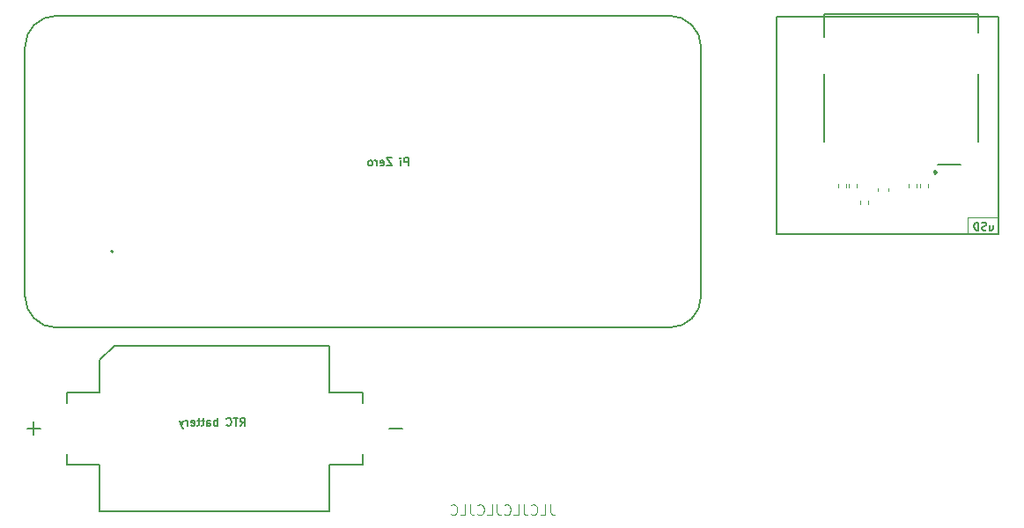
<source format=gbr>
%TF.GenerationSoftware,KiCad,Pcbnew,8.0.3*%
%TF.CreationDate,2024-07-04T12:22:57-04:00*%
%TF.ProjectId,vfd-tool,7666642d-746f-46f6-9c2e-6b696361645f,rev?*%
%TF.SameCoordinates,Original*%
%TF.FileFunction,Legend,Bot*%
%TF.FilePolarity,Positive*%
%FSLAX46Y46*%
G04 Gerber Fmt 4.6, Leading zero omitted, Abs format (unit mm)*
G04 Created by KiCad (PCBNEW 8.0.3) date 2024-07-04 12:22:57*
%MOMM*%
%LPD*%
G01*
G04 APERTURE LIST*
%ADD10C,0.100000*%
%ADD11C,0.200000*%
%ADD12C,0.150000*%
%ADD13C,0.120000*%
%ADD14C,0.203200*%
%ADD15C,0.254000*%
%ADD16C,0.127000*%
G04 APERTURE END LIST*
D10*
X232625000Y-93325000D02*
X235600000Y-93325000D01*
X235600000Y-94925000D01*
X232625000Y-94925000D01*
X232625000Y-93325000D01*
D11*
X214300000Y-73975000D02*
X235600000Y-73975000D01*
X235600000Y-94925000D01*
X214300000Y-94925000D01*
X214300000Y-73975000D01*
D12*
X162694173Y-113375414D02*
X162944173Y-113018271D01*
X163122744Y-113375414D02*
X163122744Y-112625414D01*
X163122744Y-112625414D02*
X162837030Y-112625414D01*
X162837030Y-112625414D02*
X162765601Y-112661128D01*
X162765601Y-112661128D02*
X162729887Y-112696842D01*
X162729887Y-112696842D02*
X162694173Y-112768271D01*
X162694173Y-112768271D02*
X162694173Y-112875414D01*
X162694173Y-112875414D02*
X162729887Y-112946842D01*
X162729887Y-112946842D02*
X162765601Y-112982557D01*
X162765601Y-112982557D02*
X162837030Y-113018271D01*
X162837030Y-113018271D02*
X163122744Y-113018271D01*
X162479887Y-112625414D02*
X162051316Y-112625414D01*
X162265601Y-113375414D02*
X162265601Y-112625414D01*
X161372744Y-113303985D02*
X161408458Y-113339700D01*
X161408458Y-113339700D02*
X161515601Y-113375414D01*
X161515601Y-113375414D02*
X161587029Y-113375414D01*
X161587029Y-113375414D02*
X161694172Y-113339700D01*
X161694172Y-113339700D02*
X161765601Y-113268271D01*
X161765601Y-113268271D02*
X161801315Y-113196842D01*
X161801315Y-113196842D02*
X161837029Y-113053985D01*
X161837029Y-113053985D02*
X161837029Y-112946842D01*
X161837029Y-112946842D02*
X161801315Y-112803985D01*
X161801315Y-112803985D02*
X161765601Y-112732557D01*
X161765601Y-112732557D02*
X161694172Y-112661128D01*
X161694172Y-112661128D02*
X161587029Y-112625414D01*
X161587029Y-112625414D02*
X161515601Y-112625414D01*
X161515601Y-112625414D02*
X161408458Y-112661128D01*
X161408458Y-112661128D02*
X161372744Y-112696842D01*
X160479886Y-113375414D02*
X160479886Y-112625414D01*
X160479886Y-112911128D02*
X160408458Y-112875414D01*
X160408458Y-112875414D02*
X160265600Y-112875414D01*
X160265600Y-112875414D02*
X160194172Y-112911128D01*
X160194172Y-112911128D02*
X160158458Y-112946842D01*
X160158458Y-112946842D02*
X160122743Y-113018271D01*
X160122743Y-113018271D02*
X160122743Y-113232557D01*
X160122743Y-113232557D02*
X160158458Y-113303985D01*
X160158458Y-113303985D02*
X160194172Y-113339700D01*
X160194172Y-113339700D02*
X160265600Y-113375414D01*
X160265600Y-113375414D02*
X160408458Y-113375414D01*
X160408458Y-113375414D02*
X160479886Y-113339700D01*
X159479887Y-113375414D02*
X159479887Y-112982557D01*
X159479887Y-112982557D02*
X159515601Y-112911128D01*
X159515601Y-112911128D02*
X159587029Y-112875414D01*
X159587029Y-112875414D02*
X159729887Y-112875414D01*
X159729887Y-112875414D02*
X159801315Y-112911128D01*
X159479887Y-113339700D02*
X159551315Y-113375414D01*
X159551315Y-113375414D02*
X159729887Y-113375414D01*
X159729887Y-113375414D02*
X159801315Y-113339700D01*
X159801315Y-113339700D02*
X159837029Y-113268271D01*
X159837029Y-113268271D02*
X159837029Y-113196842D01*
X159837029Y-113196842D02*
X159801315Y-113125414D01*
X159801315Y-113125414D02*
X159729887Y-113089700D01*
X159729887Y-113089700D02*
X159551315Y-113089700D01*
X159551315Y-113089700D02*
X159479887Y-113053985D01*
X159229887Y-112875414D02*
X158944173Y-112875414D01*
X159122744Y-112625414D02*
X159122744Y-113268271D01*
X159122744Y-113268271D02*
X159087030Y-113339700D01*
X159087030Y-113339700D02*
X159015601Y-113375414D01*
X159015601Y-113375414D02*
X158944173Y-113375414D01*
X158801316Y-112875414D02*
X158515602Y-112875414D01*
X158694173Y-112625414D02*
X158694173Y-113268271D01*
X158694173Y-113268271D02*
X158658459Y-113339700D01*
X158658459Y-113339700D02*
X158587030Y-113375414D01*
X158587030Y-113375414D02*
X158515602Y-113375414D01*
X157979888Y-113339700D02*
X158051316Y-113375414D01*
X158051316Y-113375414D02*
X158194174Y-113375414D01*
X158194174Y-113375414D02*
X158265602Y-113339700D01*
X158265602Y-113339700D02*
X158301316Y-113268271D01*
X158301316Y-113268271D02*
X158301316Y-112982557D01*
X158301316Y-112982557D02*
X158265602Y-112911128D01*
X158265602Y-112911128D02*
X158194174Y-112875414D01*
X158194174Y-112875414D02*
X158051316Y-112875414D01*
X158051316Y-112875414D02*
X157979888Y-112911128D01*
X157979888Y-112911128D02*
X157944174Y-112982557D01*
X157944174Y-112982557D02*
X157944174Y-113053985D01*
X157944174Y-113053985D02*
X158301316Y-113125414D01*
X157622745Y-113375414D02*
X157622745Y-112875414D01*
X157622745Y-113018271D02*
X157587031Y-112946842D01*
X157587031Y-112946842D02*
X157551317Y-112911128D01*
X157551317Y-112911128D02*
X157479888Y-112875414D01*
X157479888Y-112875414D02*
X157408459Y-112875414D01*
X157229888Y-112875414D02*
X157051316Y-113375414D01*
X156872745Y-112875414D02*
X157051316Y-113375414D01*
X157051316Y-113375414D02*
X157122745Y-113553985D01*
X157122745Y-113553985D02*
X157158459Y-113589700D01*
X157158459Y-113589700D02*
X157229888Y-113625414D01*
D10*
X192510401Y-120947419D02*
X192510401Y-121661704D01*
X192510401Y-121661704D02*
X192558020Y-121804561D01*
X192558020Y-121804561D02*
X192653258Y-121899800D01*
X192653258Y-121899800D02*
X192796115Y-121947419D01*
X192796115Y-121947419D02*
X192891353Y-121947419D01*
X191558020Y-121947419D02*
X192034210Y-121947419D01*
X192034210Y-121947419D02*
X192034210Y-120947419D01*
X190653258Y-121852180D02*
X190700877Y-121899800D01*
X190700877Y-121899800D02*
X190843734Y-121947419D01*
X190843734Y-121947419D02*
X190938972Y-121947419D01*
X190938972Y-121947419D02*
X191081829Y-121899800D01*
X191081829Y-121899800D02*
X191177067Y-121804561D01*
X191177067Y-121804561D02*
X191224686Y-121709323D01*
X191224686Y-121709323D02*
X191272305Y-121518847D01*
X191272305Y-121518847D02*
X191272305Y-121375990D01*
X191272305Y-121375990D02*
X191224686Y-121185514D01*
X191224686Y-121185514D02*
X191177067Y-121090276D01*
X191177067Y-121090276D02*
X191081829Y-120995038D01*
X191081829Y-120995038D02*
X190938972Y-120947419D01*
X190938972Y-120947419D02*
X190843734Y-120947419D01*
X190843734Y-120947419D02*
X190700877Y-120995038D01*
X190700877Y-120995038D02*
X190653258Y-121042657D01*
X189938972Y-120947419D02*
X189938972Y-121661704D01*
X189938972Y-121661704D02*
X189986591Y-121804561D01*
X189986591Y-121804561D02*
X190081829Y-121899800D01*
X190081829Y-121899800D02*
X190224686Y-121947419D01*
X190224686Y-121947419D02*
X190319924Y-121947419D01*
X188986591Y-121947419D02*
X189462781Y-121947419D01*
X189462781Y-121947419D02*
X189462781Y-120947419D01*
X188081829Y-121852180D02*
X188129448Y-121899800D01*
X188129448Y-121899800D02*
X188272305Y-121947419D01*
X188272305Y-121947419D02*
X188367543Y-121947419D01*
X188367543Y-121947419D02*
X188510400Y-121899800D01*
X188510400Y-121899800D02*
X188605638Y-121804561D01*
X188605638Y-121804561D02*
X188653257Y-121709323D01*
X188653257Y-121709323D02*
X188700876Y-121518847D01*
X188700876Y-121518847D02*
X188700876Y-121375990D01*
X188700876Y-121375990D02*
X188653257Y-121185514D01*
X188653257Y-121185514D02*
X188605638Y-121090276D01*
X188605638Y-121090276D02*
X188510400Y-120995038D01*
X188510400Y-120995038D02*
X188367543Y-120947419D01*
X188367543Y-120947419D02*
X188272305Y-120947419D01*
X188272305Y-120947419D02*
X188129448Y-120995038D01*
X188129448Y-120995038D02*
X188081829Y-121042657D01*
X187367543Y-120947419D02*
X187367543Y-121661704D01*
X187367543Y-121661704D02*
X187415162Y-121804561D01*
X187415162Y-121804561D02*
X187510400Y-121899800D01*
X187510400Y-121899800D02*
X187653257Y-121947419D01*
X187653257Y-121947419D02*
X187748495Y-121947419D01*
X186415162Y-121947419D02*
X186891352Y-121947419D01*
X186891352Y-121947419D02*
X186891352Y-120947419D01*
X185510400Y-121852180D02*
X185558019Y-121899800D01*
X185558019Y-121899800D02*
X185700876Y-121947419D01*
X185700876Y-121947419D02*
X185796114Y-121947419D01*
X185796114Y-121947419D02*
X185938971Y-121899800D01*
X185938971Y-121899800D02*
X186034209Y-121804561D01*
X186034209Y-121804561D02*
X186081828Y-121709323D01*
X186081828Y-121709323D02*
X186129447Y-121518847D01*
X186129447Y-121518847D02*
X186129447Y-121375990D01*
X186129447Y-121375990D02*
X186081828Y-121185514D01*
X186081828Y-121185514D02*
X186034209Y-121090276D01*
X186034209Y-121090276D02*
X185938971Y-120995038D01*
X185938971Y-120995038D02*
X185796114Y-120947419D01*
X185796114Y-120947419D02*
X185700876Y-120947419D01*
X185700876Y-120947419D02*
X185558019Y-120995038D01*
X185558019Y-120995038D02*
X185510400Y-121042657D01*
X184796114Y-120947419D02*
X184796114Y-121661704D01*
X184796114Y-121661704D02*
X184843733Y-121804561D01*
X184843733Y-121804561D02*
X184938971Y-121899800D01*
X184938971Y-121899800D02*
X185081828Y-121947419D01*
X185081828Y-121947419D02*
X185177066Y-121947419D01*
X183843733Y-121947419D02*
X184319923Y-121947419D01*
X184319923Y-121947419D02*
X184319923Y-120947419D01*
X182938971Y-121852180D02*
X182986590Y-121899800D01*
X182986590Y-121899800D02*
X183129447Y-121947419D01*
X183129447Y-121947419D02*
X183224685Y-121947419D01*
X183224685Y-121947419D02*
X183367542Y-121899800D01*
X183367542Y-121899800D02*
X183462780Y-121804561D01*
X183462780Y-121804561D02*
X183510399Y-121709323D01*
X183510399Y-121709323D02*
X183558018Y-121518847D01*
X183558018Y-121518847D02*
X183558018Y-121375990D01*
X183558018Y-121375990D02*
X183510399Y-121185514D01*
X183510399Y-121185514D02*
X183462780Y-121090276D01*
X183462780Y-121090276D02*
X183367542Y-120995038D01*
X183367542Y-120995038D02*
X183224685Y-120947419D01*
X183224685Y-120947419D02*
X183129447Y-120947419D01*
X183129447Y-120947419D02*
X182986590Y-120995038D01*
X182986590Y-120995038D02*
X182938971Y-121042657D01*
D12*
X178847744Y-88350414D02*
X178847744Y-87600414D01*
X178847744Y-87600414D02*
X178562030Y-87600414D01*
X178562030Y-87600414D02*
X178490601Y-87636128D01*
X178490601Y-87636128D02*
X178454887Y-87671842D01*
X178454887Y-87671842D02*
X178419173Y-87743271D01*
X178419173Y-87743271D02*
X178419173Y-87850414D01*
X178419173Y-87850414D02*
X178454887Y-87921842D01*
X178454887Y-87921842D02*
X178490601Y-87957557D01*
X178490601Y-87957557D02*
X178562030Y-87993271D01*
X178562030Y-87993271D02*
X178847744Y-87993271D01*
X178097744Y-88350414D02*
X178097744Y-87850414D01*
X178097744Y-87600414D02*
X178133458Y-87636128D01*
X178133458Y-87636128D02*
X178097744Y-87671842D01*
X178097744Y-87671842D02*
X178062030Y-87636128D01*
X178062030Y-87636128D02*
X178097744Y-87600414D01*
X178097744Y-87600414D02*
X178097744Y-87671842D01*
X177240601Y-87600414D02*
X176740601Y-87600414D01*
X176740601Y-87600414D02*
X177240601Y-88350414D01*
X177240601Y-88350414D02*
X176740601Y-88350414D01*
X176169172Y-88314700D02*
X176240600Y-88350414D01*
X176240600Y-88350414D02*
X176383458Y-88350414D01*
X176383458Y-88350414D02*
X176454886Y-88314700D01*
X176454886Y-88314700D02*
X176490600Y-88243271D01*
X176490600Y-88243271D02*
X176490600Y-87957557D01*
X176490600Y-87957557D02*
X176454886Y-87886128D01*
X176454886Y-87886128D02*
X176383458Y-87850414D01*
X176383458Y-87850414D02*
X176240600Y-87850414D01*
X176240600Y-87850414D02*
X176169172Y-87886128D01*
X176169172Y-87886128D02*
X176133458Y-87957557D01*
X176133458Y-87957557D02*
X176133458Y-88028985D01*
X176133458Y-88028985D02*
X176490600Y-88100414D01*
X175812029Y-88350414D02*
X175812029Y-87850414D01*
X175812029Y-87993271D02*
X175776315Y-87921842D01*
X175776315Y-87921842D02*
X175740601Y-87886128D01*
X175740601Y-87886128D02*
X175669172Y-87850414D01*
X175669172Y-87850414D02*
X175597743Y-87850414D01*
X175240600Y-88350414D02*
X175312029Y-88314700D01*
X175312029Y-88314700D02*
X175347743Y-88278985D01*
X175347743Y-88278985D02*
X175383457Y-88207557D01*
X175383457Y-88207557D02*
X175383457Y-87993271D01*
X175383457Y-87993271D02*
X175347743Y-87921842D01*
X175347743Y-87921842D02*
X175312029Y-87886128D01*
X175312029Y-87886128D02*
X175240600Y-87850414D01*
X175240600Y-87850414D02*
X175133457Y-87850414D01*
X175133457Y-87850414D02*
X175062029Y-87886128D01*
X175062029Y-87886128D02*
X175026315Y-87921842D01*
X175026315Y-87921842D02*
X174990600Y-87993271D01*
X174990600Y-87993271D02*
X174990600Y-88207557D01*
X174990600Y-88207557D02*
X175026315Y-88278985D01*
X175026315Y-88278985D02*
X175062029Y-88314700D01*
X175062029Y-88314700D02*
X175133457Y-88350414D01*
X175133457Y-88350414D02*
X175240600Y-88350414D01*
X234751316Y-94050414D02*
X234751316Y-94550414D01*
X235072744Y-94050414D02*
X235072744Y-94443271D01*
X235072744Y-94443271D02*
X235037030Y-94514700D01*
X235037030Y-94514700D02*
X234965601Y-94550414D01*
X234965601Y-94550414D02*
X234858458Y-94550414D01*
X234858458Y-94550414D02*
X234787030Y-94514700D01*
X234787030Y-94514700D02*
X234751316Y-94478985D01*
X234429887Y-94514700D02*
X234322745Y-94550414D01*
X234322745Y-94550414D02*
X234144173Y-94550414D01*
X234144173Y-94550414D02*
X234072745Y-94514700D01*
X234072745Y-94514700D02*
X234037030Y-94478985D01*
X234037030Y-94478985D02*
X234001316Y-94407557D01*
X234001316Y-94407557D02*
X234001316Y-94336128D01*
X234001316Y-94336128D02*
X234037030Y-94264700D01*
X234037030Y-94264700D02*
X234072745Y-94228985D01*
X234072745Y-94228985D02*
X234144173Y-94193271D01*
X234144173Y-94193271D02*
X234287030Y-94157557D01*
X234287030Y-94157557D02*
X234358459Y-94121842D01*
X234358459Y-94121842D02*
X234394173Y-94086128D01*
X234394173Y-94086128D02*
X234429887Y-94014700D01*
X234429887Y-94014700D02*
X234429887Y-93943271D01*
X234429887Y-93943271D02*
X234394173Y-93871842D01*
X234394173Y-93871842D02*
X234358459Y-93836128D01*
X234358459Y-93836128D02*
X234287030Y-93800414D01*
X234287030Y-93800414D02*
X234108459Y-93800414D01*
X234108459Y-93800414D02*
X234001316Y-93836128D01*
X233679887Y-94550414D02*
X233679887Y-93800414D01*
X233679887Y-93800414D02*
X233501316Y-93800414D01*
X233501316Y-93800414D02*
X233394173Y-93836128D01*
X233394173Y-93836128D02*
X233322744Y-93907557D01*
X233322744Y-93907557D02*
X233287030Y-93978985D01*
X233287030Y-93978985D02*
X233251316Y-94121842D01*
X233251316Y-94121842D02*
X233251316Y-94228985D01*
X233251316Y-94228985D02*
X233287030Y-94371842D01*
X233287030Y-94371842D02*
X233322744Y-94443271D01*
X233322744Y-94443271D02*
X233394173Y-94514700D01*
X233394173Y-94514700D02*
X233501316Y-94550414D01*
X233501316Y-94550414D02*
X233679887Y-94550414D01*
D13*
%TO.C,C30*%
X223975200Y-90767780D02*
X223975200Y-90486620D01*
X224995200Y-90767780D02*
X224995200Y-90486620D01*
D14*
%TO.C,J3*%
X218837800Y-79500600D02*
X218837800Y-86000600D01*
X218838780Y-73750600D02*
X218837800Y-76000600D01*
X231975800Y-88250600D02*
X229737800Y-88250600D01*
X233636820Y-73737900D02*
X218838780Y-73750600D01*
X233637800Y-75500600D02*
X233636820Y-73737900D01*
X233637800Y-86000600D02*
X233637800Y-79500600D01*
D15*
X229660450Y-88985090D02*
G75*
G02*
X229406450Y-88985090I-127000J0D01*
G01*
X229406450Y-88985090D02*
G75*
G02*
X229660450Y-88985090I127000J0D01*
G01*
D13*
%TO.C,R28*%
X226975400Y-90116079D02*
X226975400Y-90451321D01*
X227735400Y-90116079D02*
X227735400Y-90451321D01*
D16*
%TO.C,J5*%
X141998000Y-76921400D02*
X141998000Y-100921400D01*
X144998000Y-103921400D02*
X203998000Y-103921400D01*
X187248000Y-73921400D02*
X178898000Y-73921400D01*
X199848000Y-73921400D02*
X191498000Y-73921400D01*
X203998000Y-73921400D02*
X144998000Y-73921400D01*
X206998000Y-100921400D02*
X206998000Y-76921400D01*
X141998000Y-76921400D02*
G75*
G02*
X144998000Y-73921400I3000001J-1D01*
G01*
X144998000Y-103921400D02*
G75*
G02*
X141998000Y-100921400I1J3000001D01*
G01*
X203998000Y-73921400D02*
G75*
G02*
X206998000Y-76921400I0J-3000000D01*
G01*
X206998000Y-100921400D02*
G75*
G02*
X203998000Y-103921400I-3000000J0D01*
G01*
D11*
X150468000Y-96611400D02*
G75*
G02*
X150268000Y-96611400I-100000J0D01*
G01*
X150268000Y-96611400D02*
G75*
G02*
X150468000Y-96611400I100000J0D01*
G01*
D13*
%TO.C,R30*%
X222327200Y-91678779D02*
X222327200Y-92014021D01*
X223087200Y-91678779D02*
X223087200Y-92014021D01*
%TO.C,R26*%
X228067600Y-90116079D02*
X228067600Y-90451321D01*
X228827600Y-90116079D02*
X228827600Y-90451321D01*
%TO.C,R33*%
X220168200Y-90116079D02*
X220168200Y-90451321D01*
X220928200Y-90116079D02*
X220928200Y-90451321D01*
%TO.C,R31*%
X221235000Y-90117279D02*
X221235000Y-90452521D01*
X221995000Y-90117279D02*
X221995000Y-90452521D01*
D16*
%TO.C,BT1*%
X142211200Y-113639600D02*
X143481200Y-113639600D01*
X142846200Y-114274600D02*
X142846200Y-113004600D01*
X145995200Y-110139600D02*
X145995200Y-111219600D01*
X145995200Y-116059600D02*
X145995200Y-117139600D01*
X145995200Y-117139600D02*
X149195200Y-117139600D01*
X149195200Y-107039600D02*
X150595200Y-105639600D01*
X149195200Y-110139600D02*
X145995200Y-110139600D01*
X149195200Y-110139600D02*
X149195200Y-107039600D01*
X149195200Y-121639600D02*
X149195200Y-117139600D01*
X150595200Y-105639600D02*
X171295200Y-105639600D01*
X171295200Y-105639600D02*
X171295200Y-110139600D01*
X171295200Y-117139600D02*
X171295200Y-121639600D01*
X171295200Y-117139600D02*
X174495200Y-117139600D01*
X171295200Y-121639600D02*
X149195200Y-121639600D01*
X174495200Y-110139600D02*
X171295200Y-110139600D01*
X174495200Y-111219600D02*
X174495200Y-110139600D01*
X174495200Y-116059600D02*
X174495200Y-117139600D01*
X178279200Y-113639600D02*
X177009200Y-113639600D01*
%TD*%
M02*

</source>
